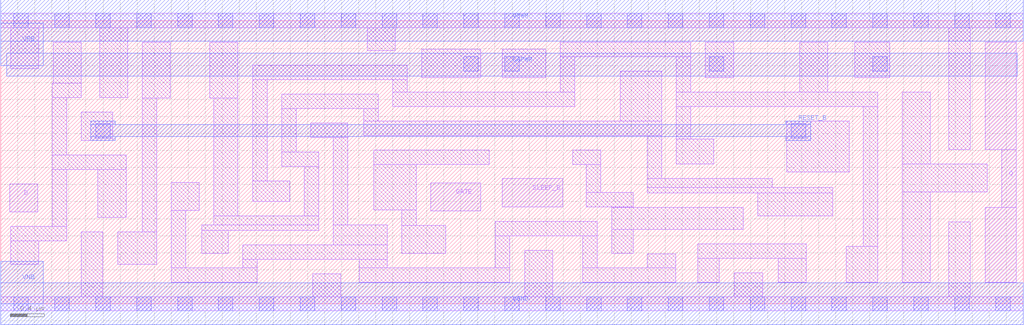
<source format=lef>
# Copyright 2020 The SkyWater PDK Authors
#
# Licensed under the Apache License, Version 2.0 (the "License");
# you may not use this file except in compliance with the License.
# You may obtain a copy of the License at
#
#     https://www.apache.org/licenses/LICENSE-2.0
#
# Unless required by applicable law or agreed to in writing, software
# distributed under the License is distributed on an "AS IS" BASIS,
# WITHOUT WARRANTIES OR CONDITIONS OF ANY KIND, either express or implied.
# See the License for the specific language governing permissions and
# limitations under the License.
#
# SPDX-License-Identifier: Apache-2.0

VERSION 5.5 ;
NAMESCASESENSITIVE ON ;
BUSBITCHARS "[]" ;
DIVIDERCHAR "/" ;
MACRO sky130_fd_sc_lp__srdlrtp_1
  CLASS CORE ;
  SOURCE USER ;
  ORIGIN  0.000000  0.000000 ;
  SIZE 12 BY  3.330000 ;
  SYMMETRY X Y R90 ;
  SITE unit ;
  PIN D
    ANTENNAGATEAREA  0.159000 ;
    DIRECTION INPUT ;
    USE SIGNAL ;
    PORT
      LAYER li1 ;
        RECT 0.105000 1.080000 0.435000 1.410000 ;
    END
  END D
  PIN Q
    ANTENNADIFFAREA  0.598500 ;
    DIRECTION OUTPUT ;
    USE SIGNAL ;
    PORT
      LAYER li1 ;
        RECT 11.555000 0.255000 11.915000 1.135000 ;
        RECT 11.555000 1.815000 11.915000 3.075000 ;
        RECT 11.745000 1.135000 11.915000 1.815000 ;
    END
  END Q
  PIN RESET_B
    ANTENNADIFFAREA  0.629700 ;
    ANTENNAPARTIALMETALSIDEAREA  5.901000 ;
    DIRECTION INPUT ;
    USE SIGNAL ;
    PORT
      LAYER met1 ;
        RECT 1.055000 1.920000 1.345000 1.965000 ;
        RECT 1.055000 1.965000 9.505000 2.105000 ;
        RECT 1.055000 2.105000 1.345000 2.150000 ;
        RECT 9.215000 1.920000 9.505000 1.965000 ;
        RECT 9.215000 2.105000 9.505000 2.150000 ;
    END
  END RESET_B
  PIN SLEEP_B
    ANTENNAGATEAREA  0.598000 ;
    DIRECTION INPUT ;
    USE SIGNAL ;
    PORT
      LAYER li1 ;
        RECT 5.885000 1.140000 6.595000 1.470000 ;
    END
  END SLEEP_B
  PIN GATE
    ANTENNAGATEAREA  0.159000 ;
    DIRECTION INPUT ;
    USE CLOCK ;
    PORT
      LAYER li1 ;
        RECT 5.045000 1.090000 5.635000 1.420000 ;
    END
  END GATE
  PIN KAPWR
    ANTENNADIFFAREA  1.776400 ;
    ANTENNAGATEAREA  0.414000 ;
    DIRECTION INOUT ;
    USE POWER ;
    PORT
      LAYER met1 ;
        RECT 0.070000 2.675000 11.930000 2.945000 ;
    END
  END KAPWR
  PIN VGND
    DIRECTION INOUT ;
    USE GROUND ;
    PORT
      LAYER met1 ;
        RECT 0.000000 -0.245000 12.000000 0.245000 ;
    END
  END VGND
  PIN VNB
    DIRECTION INOUT ;
    USE GROUND ;
    PORT
      LAYER met1 ;
        RECT 0.000000 0.000000 0.500000 0.500000 ;
    END
  END VNB
  PIN VPB
    DIRECTION INOUT ;
    USE POWER ;
    PORT
      LAYER met1 ;
        RECT 0.000000 2.800000 0.500000 3.300000 ;
    END
  END VPB
  PIN VPWR
    DIRECTION INOUT ;
    USE POWER ;
    PORT
      LAYER met1 ;
        RECT 0.000000 3.085000 12.000000 3.575000 ;
    END
  END VPWR
  OBS
    LAYER li1 ;
      RECT  0.000000 -0.085000 12.000000 0.085000 ;
      RECT  0.000000  3.245000 12.000000 3.415000 ;
      RECT  0.115000  0.465000  0.445000 0.740000 ;
      RECT  0.115000  0.740000  0.775000 0.910000 ;
      RECT  0.115000  2.765000  0.445000 3.245000 ;
      RECT  0.605000  0.910000  0.775000 1.580000 ;
      RECT  0.605000  1.580000  1.470000 1.750000 ;
      RECT  0.605000  1.750000  0.775000 2.425000 ;
      RECT  0.605000  2.425000  0.945000 2.595000 ;
      RECT  0.615000  2.595000  0.945000 3.075000 ;
      RECT  0.945000  0.085000  1.195000 0.845000 ;
      RECT  0.945000  1.920000  1.315000 2.255000 ;
      RECT  1.140000  1.015000  1.470000 1.580000 ;
      RECT  1.160000  2.425000  1.490000 3.245000 ;
      RECT  1.375000  0.465000  1.830000 0.845000 ;
      RECT  1.660000  0.845000  1.830000 2.415000 ;
      RECT  1.660000  2.415000  1.990000 3.075000 ;
      RECT  2.000000  0.255000  3.010000 0.425000 ;
      RECT  2.000000  0.425000  2.170000 1.095000 ;
      RECT  2.000000  1.095000  2.330000 1.425000 ;
      RECT  2.360000  0.595000  2.670000 0.865000 ;
      RECT  2.360000  0.865000  3.730000 0.925000 ;
      RECT  2.450000  2.415000  2.780000 3.075000 ;
      RECT  2.500000  0.925000  3.730000 1.035000 ;
      RECT  2.500000  1.035000  2.780000 2.415000 ;
      RECT  2.840000  0.425000  3.010000 0.525000 ;
      RECT  2.840000  0.525000  4.535000 0.695000 ;
      RECT  2.960000  1.205000  3.390000 1.445000 ;
      RECT  2.960000  1.445000  3.130000 2.635000 ;
      RECT  2.960000  2.635000  4.770000 2.805000 ;
      RECT  3.300000  1.615000  3.730000 1.785000 ;
      RECT  3.300000  1.785000  3.470000 2.295000 ;
      RECT  3.300000  2.295000  4.430000 2.465000 ;
      RECT  3.560000  1.035000  3.730000 1.615000 ;
      RECT  3.640000  1.955000  4.070000 2.125000 ;
      RECT  3.660000  0.085000  3.990000 0.355000 ;
      RECT  3.900000  0.695000  4.535000 0.925000 ;
      RECT  3.900000  0.925000  4.070000 1.955000 ;
      RECT  4.205000  0.255000  5.975000 0.425000 ;
      RECT  4.205000  0.425000  4.535000 0.525000 ;
      RECT  4.260000  1.980000  7.760000 2.150000 ;
      RECT  4.260000  2.150000  4.430000 2.295000 ;
      RECT  4.300000  2.975000  4.630000 3.245000 ;
      RECT  4.375000  1.105000  4.875000 1.640000 ;
      RECT  4.375000  1.640000  5.735000 1.810000 ;
      RECT  4.600000  2.320000  6.735000 2.490000 ;
      RECT  4.600000  2.490000  4.770000 2.635000 ;
      RECT  4.705000  0.595000  5.220000 0.920000 ;
      RECT  4.705000  0.920000  4.875000 1.105000 ;
      RECT  4.940000  2.660000  5.635000 2.990000 ;
      RECT  5.805000  0.425000  5.975000 0.800000 ;
      RECT  5.805000  0.800000  7.000000 0.970000 ;
      RECT  5.885000  2.660000  6.395000 2.990000 ;
      RECT  6.150000  0.085000  6.480000 0.630000 ;
      RECT  6.565000  2.490000  6.735000 2.905000 ;
      RECT  6.565000  2.905000  8.100000 3.075000 ;
      RECT  6.710000  1.640000  7.040000 1.810000 ;
      RECT  6.830000  0.255000  7.920000 0.425000 ;
      RECT  6.830000  0.425000  7.000000 0.800000 ;
      RECT  6.870000  1.140000  7.420000 1.310000 ;
      RECT  6.870000  1.310000  7.040000 1.640000 ;
      RECT  7.170000  0.595000  7.420000 0.875000 ;
      RECT  7.170000  0.875000  8.715000 1.135000 ;
      RECT  7.170000  1.135000  7.420000 1.140000 ;
      RECT  7.270000  2.150000  7.760000 2.735000 ;
      RECT  7.590000  0.425000  7.920000 0.585000 ;
      RECT  7.590000  1.305000  9.765000 1.365000 ;
      RECT  7.590000  1.365000  9.055000 1.475000 ;
      RECT  7.590000  1.475000  7.760000 1.980000 ;
      RECT  7.930000  1.645000  8.365000 1.935000 ;
      RECT  7.930000  1.935000  8.100000 2.320000 ;
      RECT  7.930000  2.320000 10.295000 2.490000 ;
      RECT  7.930000  2.490000  8.100000 2.905000 ;
      RECT  8.180000  0.255000  8.430000 0.535000 ;
      RECT  8.180000  0.535000  9.455000 0.705000 ;
      RECT  8.270000  2.660000  8.600000 3.075000 ;
      RECT  8.610000  0.085000  8.940000 0.365000 ;
      RECT  8.885000  1.035000  9.765000 1.305000 ;
      RECT  9.125000  0.255000  9.455000 0.535000 ;
      RECT  9.225000  1.550000  9.955000 2.150000 ;
      RECT  9.375000  2.490000  9.705000 3.075000 ;
      RECT  9.920000  0.255000 10.295000 0.675000 ;
      RECT 10.020000  2.660000 10.435000 3.075000 ;
      RECT 10.125000  0.675000 10.295000 2.320000 ;
      RECT 10.580000  0.255000 10.910000 1.315000 ;
      RECT 10.580000  1.315000 11.575000 1.645000 ;
      RECT 10.580000  1.645000 10.910000 2.490000 ;
      RECT 11.125000  0.085000 11.375000 0.965000 ;
      RECT 11.125000  1.815000 11.375000 3.245000 ;
    LAYER mcon ;
      RECT  0.155000 -0.085000  0.325000 0.085000 ;
      RECT  0.155000  3.245000  0.325000 3.415000 ;
      RECT  0.635000 -0.085000  0.805000 0.085000 ;
      RECT  0.635000  3.245000  0.805000 3.415000 ;
      RECT  1.115000 -0.085000  1.285000 0.085000 ;
      RECT  1.115000  1.950000  1.285000 2.120000 ;
      RECT  1.115000  3.245000  1.285000 3.415000 ;
      RECT  1.595000 -0.085000  1.765000 0.085000 ;
      RECT  1.595000  3.245000  1.765000 3.415000 ;
      RECT  2.075000 -0.085000  2.245000 0.085000 ;
      RECT  2.075000  3.245000  2.245000 3.415000 ;
      RECT  2.555000 -0.085000  2.725000 0.085000 ;
      RECT  2.555000  3.245000  2.725000 3.415000 ;
      RECT  3.035000 -0.085000  3.205000 0.085000 ;
      RECT  3.035000  3.245000  3.205000 3.415000 ;
      RECT  3.515000 -0.085000  3.685000 0.085000 ;
      RECT  3.515000  3.245000  3.685000 3.415000 ;
      RECT  3.995000 -0.085000  4.165000 0.085000 ;
      RECT  3.995000  3.245000  4.165000 3.415000 ;
      RECT  4.475000 -0.085000  4.645000 0.085000 ;
      RECT  4.475000  3.245000  4.645000 3.415000 ;
      RECT  4.955000 -0.085000  5.125000 0.085000 ;
      RECT  4.955000  3.245000  5.125000 3.415000 ;
      RECT  5.435000 -0.085000  5.605000 0.085000 ;
      RECT  5.435000  2.735000  5.605000 2.905000 ;
      RECT  5.435000  3.245000  5.605000 3.415000 ;
      RECT  5.915000 -0.085000  6.085000 0.085000 ;
      RECT  5.915000  2.735000  6.085000 2.905000 ;
      RECT  5.915000  3.245000  6.085000 3.415000 ;
      RECT  6.395000 -0.085000  6.565000 0.085000 ;
      RECT  6.395000  3.245000  6.565000 3.415000 ;
      RECT  6.875000 -0.085000  7.045000 0.085000 ;
      RECT  6.875000  3.245000  7.045000 3.415000 ;
      RECT  7.355000 -0.085000  7.525000 0.085000 ;
      RECT  7.355000  3.245000  7.525000 3.415000 ;
      RECT  7.835000 -0.085000  8.005000 0.085000 ;
      RECT  7.835000  3.245000  8.005000 3.415000 ;
      RECT  8.315000 -0.085000  8.485000 0.085000 ;
      RECT  8.315000  2.735000  8.485000 2.905000 ;
      RECT  8.315000  3.245000  8.485000 3.415000 ;
      RECT  8.795000 -0.085000  8.965000 0.085000 ;
      RECT  8.795000  3.245000  8.965000 3.415000 ;
      RECT  9.275000 -0.085000  9.445000 0.085000 ;
      RECT  9.275000  1.950000  9.445000 2.120000 ;
      RECT  9.275000  3.245000  9.445000 3.415000 ;
      RECT  9.755000 -0.085000  9.925000 0.085000 ;
      RECT  9.755000  3.245000  9.925000 3.415000 ;
      RECT 10.235000 -0.085000 10.405000 0.085000 ;
      RECT 10.235000  2.735000 10.405000 2.905000 ;
      RECT 10.235000  3.245000 10.405000 3.415000 ;
      RECT 10.715000 -0.085000 10.885000 0.085000 ;
      RECT 10.715000  3.245000 10.885000 3.415000 ;
      RECT 11.195000 -0.085000 11.365000 0.085000 ;
      RECT 11.195000  3.245000 11.365000 3.415000 ;
      RECT 11.675000 -0.085000 11.845000 0.085000 ;
      RECT 11.675000  3.245000 11.845000 3.415000 ;
  END
END sky130_fd_sc_lp__srdlrtp_1

</source>
